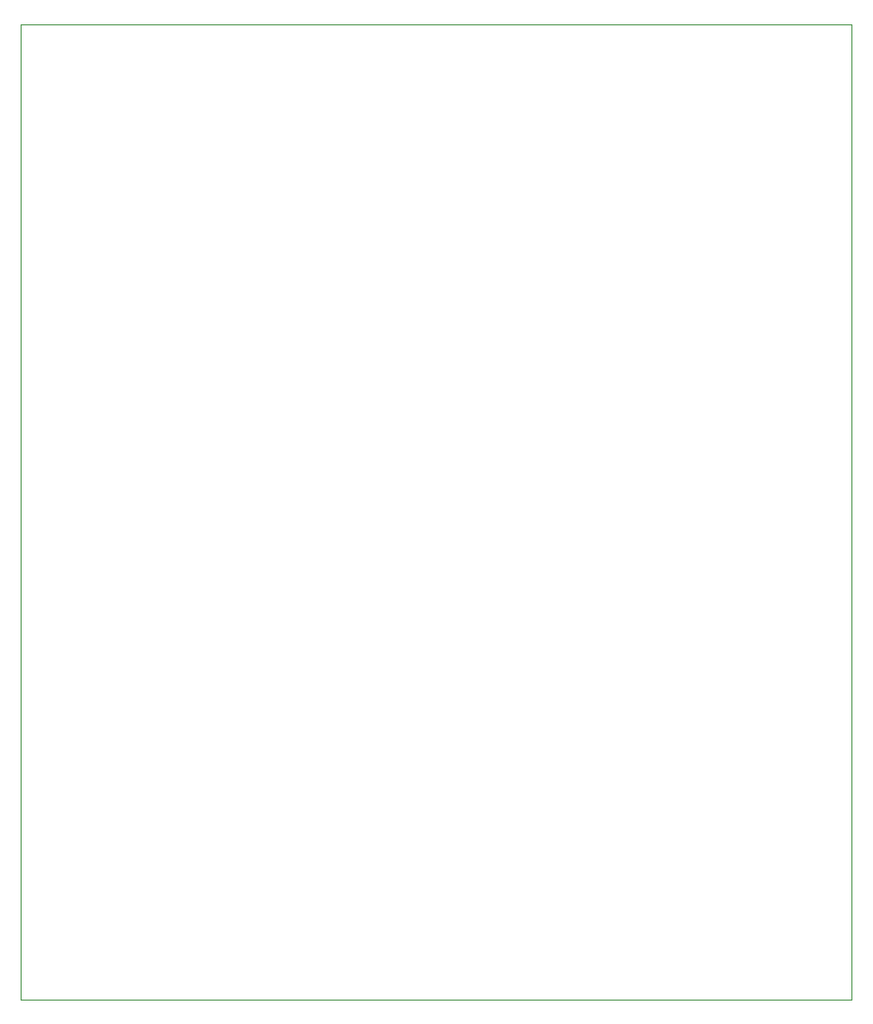
<source format=gbr>
G04 #@! TF.GenerationSoftware,KiCad,Pcbnew,7.0.11-rc3*
G04 #@! TF.CreationDate,2025-08-13T16:24:40+03:00*
G04 #@! TF.ProjectId,Neonest_V_1.3,4e656f6e-6573-4745-9f56-5f312e332e6b,rev?*
G04 #@! TF.SameCoordinates,Original*
G04 #@! TF.FileFunction,Profile,NP*
%FSLAX46Y46*%
G04 Gerber Fmt 4.6, Leading zero omitted, Abs format (unit mm)*
G04 Created by KiCad (PCBNEW 7.0.11-rc3) date 2025-08-13 16:24:40*
%MOMM*%
%LPD*%
G01*
G04 APERTURE LIST*
G04 #@! TA.AperFunction,Profile*
%ADD10C,0.050000*%
G04 #@! TD*
G04 APERTURE END LIST*
D10*
X106000000Y-51000000D02*
X181000000Y-51000000D01*
X181000000Y-51000000D02*
X181000000Y-139000000D01*
X181000000Y-139000000D02*
X106000000Y-139000000D01*
X106000000Y-139000000D02*
X106000000Y-51000000D01*
M02*

</source>
